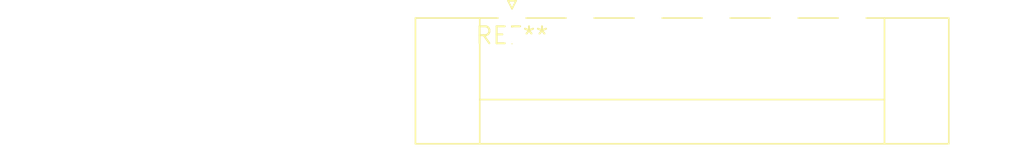
<source format=kicad_pcb>
(kicad_pcb (version 20240108) (generator pcbnew)
  (layers (0 "F.Cu" signal) (31 "B.Cu" signal) (34 "B.Paste" user) (35 "F.Paste" user) (36 "B.SilkS" user "B.Silkscreen") (37 "F.SilkS" user "F.Silkscreen") (38 "B.Mask" user) (39 "F.Mask" user) (44 "Edge.Cuts" user))
  (net 0 "")
  (footprint "PhoenixContact_MC_1,5_6-GF-5.08_1x06_P5.08mm_Horizontal_ThreadedFlange" (layer "F.Cu") (at 0 0)
    (property "Reference" "REF**")
    (property "Value" "PhoenixContact_MC_1,5_6-GF-5.08_1x06_P5.08mm_Horizontal_ThreadedFlange")
    (fp_line (start -7.21 -1.31) (end -7.21 8.11) (layer "F.SilkS") (stroke (width 0.12)))
    (fp_line (start -7.21 -1.31) (end -1.05 -1.31) (layer "F.SilkS") (stroke (width 0.12)))
    (fp_line (start -7.21 8.11) (end 32.61 8.11) (layer "F.SilkS") (stroke (width 0.12)))
    (fp_line (start -2.41 -1.31) (end -2.41 8.11) (layer "F.SilkS") (stroke (width 0.12)))
    (fp_line (start -2.41 4.8) (end 27.81 4.8) (layer "F.SilkS") (stroke (width 0.12)))
    (fp_line (start -0.3 -2.6) (end 0.3 -2.6) (layer "F.SilkS") (stroke (width 0.12)))
    (fp_line (start 0 -2) (end -0.3 -2.6) (layer "F.SilkS") (stroke (width 0.12)))
    (fp_line (start 0.3 -2.6) (end 0 -2) (layer "F.SilkS") (stroke (width 0.12)))
    (fp_line (start 1.05 -1.31) (end 4.03 -1.31) (layer "F.SilkS") (stroke (width 0.12)))
    (fp_line (start 6.13 -1.31) (end 9.11 -1.31) (layer "F.SilkS") (stroke (width 0.12)))
    (fp_line (start 11.21 -1.31) (end 14.19 -1.31) (layer "F.SilkS") (stroke (width 0.12)))
    (fp_line (start 16.29 -1.31) (end 19.27 -1.31) (layer "F.SilkS") (stroke (width 0.12)))
    (fp_line (start 21.37 -1.31) (end 24.35 -1.31) (layer "F.SilkS") (stroke (width 0.12)))
    (fp_line (start 27.81 -1.31) (end 27.81 8.11) (layer "F.SilkS") (stroke (width 0.12)))
    (fp_line (start 32.61 -1.31) (end 26.45 -1.31) (layer "F.SilkS") (stroke (width 0.12)))
    (fp_line (start 32.61 8.11) (end 32.61 -1.31) (layer "F.SilkS") (stroke (width 0.12)))
    (pad "1" thru_hole roundrect (at 0 0) (size 1.8 3.6) (drill 1.2) (layers *.Cu *.Mask) (remove_unused_layers) (roundrect_rratio 0.138889))
    (pad "2" thru_hole oval (at 5.08 0) (size 1.8 3.6) (drill 1.2) (layers *.Cu *.Mask) (remove_unused_layers))
    (pad "3" thru_hole oval (at 10.16 0) (size 1.8 3.6) (drill 1.2) (layers *.Cu *.Mask) (remove_unused_layers))
    (pad "4" thru_hole oval (at 15.24 0) (size 1.8 3.6) (drill 1.2) (layers *.Cu *.Mask) (remove_unused_layers))
    (pad "5" thru_hole oval (at 20.32 0) (size 1.8 3.6) (drill 1.2) (layers *.Cu *.Mask) (remove_unused_layers))
    (pad "6" thru_hole oval (at 25.4 0) (size 1.8 3.6) (drill 1.2) (layers *.Cu *.Mask) (remove_unused_layers))
  )
)
</source>
